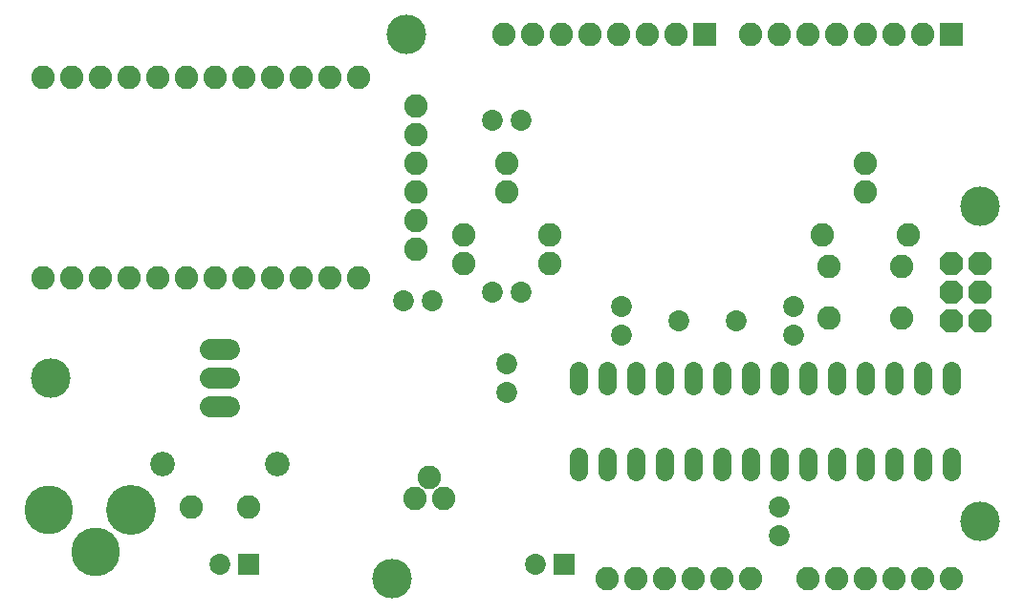
<source format=gbr>
G04 EAGLE Gerber X2 export*
%TF.Part,Single*%
%TF.FileFunction,Soldermask,Top,1*%
%TF.FilePolarity,Negative*%
%TF.GenerationSoftware,Autodesk,EAGLE,8.7.0*%
%TF.CreationDate,2018-03-15T14:00:46Z*%
G75*
%MOMM*%
%FSLAX34Y34*%
%LPD*%
%AMOC8*
5,1,8,0,0,1.08239X$1,22.5*%
G01*
%ADD10C,2.082800*%
%ADD11R,2.082800X2.082800*%
%ADD12P,2.254402X8X292.500000*%
%ADD13C,1.854200*%
%ADD14R,1.854200X1.854200*%
%ADD15C,3.505200*%
%ADD16C,4.419200*%
%ADD17C,4.318000*%
%ADD18C,2.184400*%
%ADD19C,1.828800*%
%ADD20C,1.625600*%


D10*
X685800Y25400D03*
X711200Y25400D03*
X736600Y25400D03*
X762000Y25400D03*
X787400Y25400D03*
X812800Y25400D03*
D11*
X812800Y508000D03*
D10*
X787400Y508000D03*
X762000Y508000D03*
X736600Y508000D03*
X711200Y508000D03*
X685800Y508000D03*
X660400Y508000D03*
X635000Y508000D03*
D11*
X594360Y508000D03*
D10*
X568960Y508000D03*
X543560Y508000D03*
X518160Y508000D03*
X492760Y508000D03*
X467360Y508000D03*
X441960Y508000D03*
X416560Y508000D03*
D12*
X812800Y304800D03*
X838200Y304800D03*
X812800Y279400D03*
X838200Y279400D03*
X812800Y254000D03*
X838200Y254000D03*
D13*
X431800Y431800D03*
X406400Y431800D03*
D10*
X508000Y25400D03*
X533400Y25400D03*
X558800Y25400D03*
X584200Y25400D03*
X609600Y25400D03*
X635000Y25400D03*
X457200Y330200D03*
X381000Y330200D03*
X419100Y393700D03*
X419100Y368300D03*
X736600Y393700D03*
X736600Y368300D03*
X698500Y330200D03*
X774700Y330200D03*
X457200Y304800D03*
X381000Y304800D03*
X704088Y302006D03*
X769112Y302006D03*
X704088Y256794D03*
X769112Y256794D03*
D13*
X660400Y63500D03*
X660400Y88900D03*
X444500Y38100D03*
D14*
X469900Y38100D03*
D13*
X419100Y215900D03*
X419100Y190500D03*
X165100Y38100D03*
D14*
X190500Y38100D03*
D13*
X327660Y271780D03*
X353060Y271780D03*
X406400Y279400D03*
X431800Y279400D03*
D15*
X317500Y25400D03*
X838200Y76200D03*
X838200Y355600D03*
X330200Y508000D03*
D16*
X86708Y86360D03*
D17*
X13500Y86106D03*
X54930Y48744D03*
D18*
X114300Y127000D03*
X215900Y127000D03*
D19*
X173228Y177800D02*
X156972Y177800D01*
X156972Y203200D02*
X173228Y203200D01*
X173228Y228600D02*
X156972Y228600D01*
D15*
X15240Y203200D03*
D20*
X812800Y210312D02*
X812800Y196088D01*
X787400Y196088D02*
X787400Y210312D01*
X762000Y210312D02*
X762000Y196088D01*
X736600Y196088D02*
X736600Y210312D01*
X711200Y210312D02*
X711200Y196088D01*
X685800Y196088D02*
X685800Y210312D01*
X660400Y210312D02*
X660400Y196088D01*
X635000Y196088D02*
X635000Y210312D01*
X609600Y210312D02*
X609600Y196088D01*
X584200Y196088D02*
X584200Y210312D01*
X558800Y210312D02*
X558800Y196088D01*
X533400Y196088D02*
X533400Y210312D01*
X508000Y210312D02*
X508000Y196088D01*
X482600Y196088D02*
X482600Y210312D01*
X482600Y134112D02*
X482600Y119888D01*
X508000Y119888D02*
X508000Y134112D01*
X533400Y134112D02*
X533400Y119888D01*
X558800Y119888D02*
X558800Y134112D01*
X584200Y134112D02*
X584200Y119888D01*
X609600Y119888D02*
X609600Y134112D01*
X635000Y134112D02*
X635000Y119888D01*
X660400Y119888D02*
X660400Y134112D01*
X685800Y134112D02*
X685800Y119888D01*
X711200Y119888D02*
X711200Y134112D01*
X736600Y134112D02*
X736600Y119888D01*
X762000Y119888D02*
X762000Y134112D01*
X787400Y134112D02*
X787400Y119888D01*
X812800Y119888D02*
X812800Y134112D01*
D13*
X571500Y254000D03*
X622300Y254000D03*
X673100Y266700D03*
X673100Y241300D03*
X520700Y266700D03*
X520700Y241300D03*
D10*
X363220Y96520D03*
X350520Y115570D03*
X337820Y96520D03*
X139700Y88900D03*
X190500Y88900D03*
X338328Y444246D03*
X338328Y418846D03*
X338328Y393446D03*
X338328Y368046D03*
X338328Y342646D03*
X338328Y317246D03*
X287528Y291846D03*
X262128Y291846D03*
X236728Y291846D03*
X211328Y291846D03*
X185928Y291846D03*
X160528Y291846D03*
X135128Y291846D03*
X109728Y291846D03*
X84328Y291846D03*
X58928Y291846D03*
X33528Y291846D03*
X8128Y291846D03*
X287528Y469646D03*
X262128Y469646D03*
X236728Y469646D03*
X211328Y469646D03*
X185928Y469646D03*
X160528Y469646D03*
X135128Y469646D03*
X109728Y469646D03*
X84328Y469646D03*
X58928Y469646D03*
X33528Y469646D03*
X8128Y469646D03*
M02*

</source>
